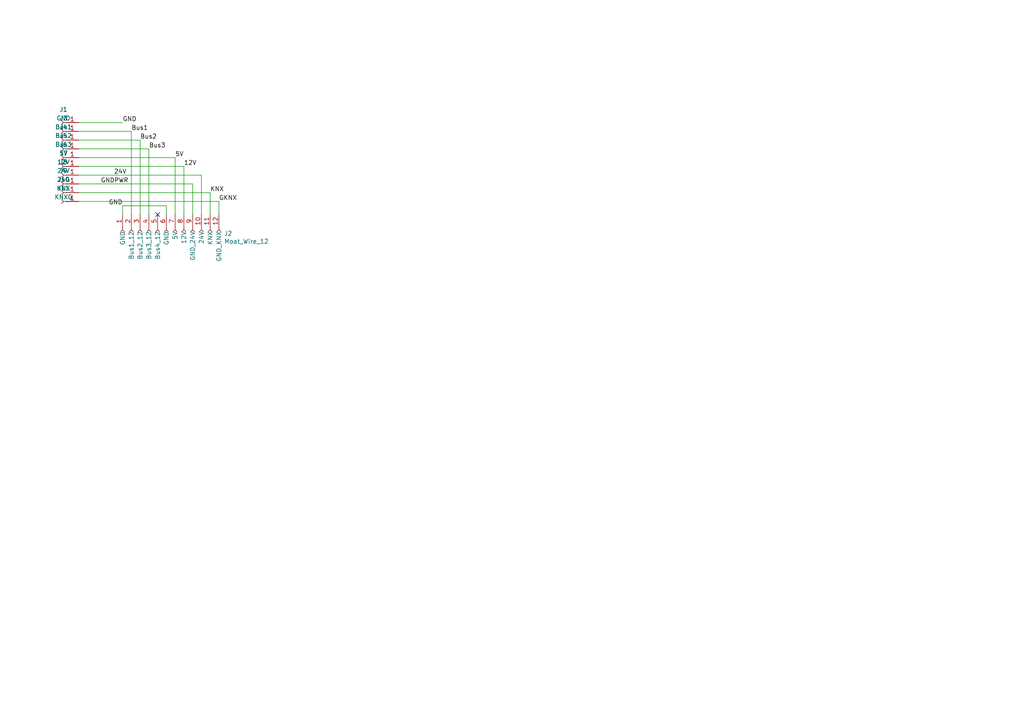
<source format=kicad_sch>
(kicad_sch (version 20220126) (generator eeschema)
  (paper "A4")
  (lib_symbols
    (symbol "Connector:Conn_01x01_Female" (pin_names (offset 1.016) hide)
      (property "Reference" "J" (at 0 2.54 0))
      (property "Value" "Conn_01x01_Female" (at 0 -2.54 0))
      (symbol "Conn_01x01_Female_1_1"
        (polyline (pts (xy -1.27 0) (xy -0.508 0)) (stroke (width 0.1524)))
        (arc (start 0 0.508) (mid -0.5058 0) (end 0 -0.508) (stroke (width 0.1524)))
        (pin passive line (at -5.08 0 0) (length 3.81) (name "Pin_1") (number "1"))
      )
    )
    (symbol "localstuff:Moat_Wire_12" (pin_names (offset 1.016))
      (property "Reference" "J" (at 0 20.32 0))
      (property "Value" "Moat_Wire_12" (at -3.81 -7.62 0))
      (symbol "Moat_Wire_12_1_1"
        (arc (start 0 -4.572) (mid -0.5058 -5.08) (end 0 -5.588) (stroke (width 0.1524)))
        (arc (start 0 -2.032) (mid -0.5058 -2.54) (end 0 -3.048) (stroke (width 0.1524)))
        (polyline (pts (xy -1.27 -5.08) (xy -0.508 -5.08)) (stroke (width 0.1524)))
        (polyline (pts (xy -1.27 -2.54) (xy -0.508 -2.54)) (stroke (width 0.1524)))
        (polyline (pts (xy -1.27 0) (xy -0.508 0)) (stroke (width 0.1524)))
        (polyline (pts (xy -1.27 2.54) (xy -0.508 2.54)) (stroke (width 0.1524)))
        (polyline (pts (xy -1.27 5.08) (xy -0.508 5.08)) (stroke (width 0.1524)))
        (polyline (pts (xy -1.27 7.62) (xy -0.508 7.62)) (stroke (width 0.1524)))
        (polyline (pts (xy -1.27 10.16) (xy -0.508 10.16)) (stroke (width 0.1524)))
        (polyline (pts (xy -1.27 12.7) (xy -0.508 12.7)) (stroke (width 0.1524)))
        (polyline (pts (xy -1.27 15.24) (xy -0.508 15.24)) (stroke (width 0.1524)))
        (polyline (pts (xy -1.27 17.78) (xy -0.508 17.78)) (stroke (width 0.1524)))
        (polyline (pts (xy -1.27 20.32) (xy -0.508 20.32)) (stroke (width 0.1524)))
        (polyline (pts (xy -1.27 22.86) (xy -0.508 22.86)) (stroke (width 0.1524)))
        (arc (start 0 0.508) (mid -0.5058 0) (end 0 -0.508) (stroke (width 0.1524)))
        (arc (start 0 3.048) (mid -0.5058 2.54) (end 0 2.032) (stroke (width 0.1524)))
        (arc (start 0 5.588) (mid -0.5058 5.08) (end 0 4.572) (stroke (width 0.1524)))
        (arc (start 0 8.128) (mid -0.5058 7.62) (end 0 7.112) (stroke (width 0.1524)))
        (arc (start 0 10.668) (mid -0.5058 10.16) (end 0 9.652) (stroke (width 0.1524)))
        (arc (start 0 13.208) (mid -0.5058 12.7) (end 0 12.192) (stroke (width 0.1524)))
        (arc (start 0 15.748) (mid -0.5058 15.24) (end 0 14.732) (stroke (width 0.1524)))
        (arc (start 0 18.288) (mid -0.5058 17.78) (end 0 17.272) (stroke (width 0.1524)))
        (arc (start 0 20.828) (mid -0.5058 20.32) (end 0 19.812) (stroke (width 0.1524)))
        (arc (start 0 23.368) (mid -0.5058 22.86) (end 0 22.352) (stroke (width 0.1524)))
        (pin power_in line (at -5.08 22.86 0) (length 3.81) (name "GND") (number "1"))
        (pin power_in line (at -5.08 0 0) (length 3.81) (name "24V") (number "10"))
        (pin power_in line (at -5.08 -2.54 0) (length 3.81) (name "KNX") (number "11"))
        (pin power_in line (at -5.08 -5.08 0) (length 3.81) (name "GND_KNX") (number "12"))
        (pin bidirectional line (at -5.08 20.32 0) (length 3.81) (name "Bus1_12") (number "2"))
        (pin bidirectional line (at -5.08 17.78 0) (length 3.81) (name "Bus2_12") (number "3"))
        (pin bidirectional line (at -5.08 15.24 0) (length 3.81) (name "Bus3_12") (number "4"))
        (pin bidirectional line (at -5.08 12.7 0) (length 3.81) (name "Bus4_12") (number "5"))
        (pin power_in line (at -5.08 10.16 0) (length 3.81) (name "GND") (number "6"))
        (pin power_in line (at -5.08 7.62 0) (length 3.81) (name "5V") (number "7"))
        (pin power_in line (at -5.08 5.08 0) (length 3.81) (name "12V") (number "8"))
        (pin power_in line (at -5.08 2.54 0) (length 3.81) (name "GND_24V") (number "9"))
      )
    )
  )
  (no_connect (at 45.72 62.23))
  (wire (pts (xy 43.18 43.18) (xy 43.18 62.23)))
  (wire (pts (xy 40.64 40.64) (xy 40.64 62.23)))
  (wire (pts (xy 53.34 48.26) (xy 53.34 62.23)))
  (wire (pts (xy 22.86 55.88) (xy 60.96 55.88)))
  (wire (pts (xy 22.86 48.26) (xy 53.34 48.26)))
  (wire (pts (xy 38.1 38.1) (xy 38.1 62.23)))
  (wire (pts (xy 48.26 59.69) (xy 35.56 59.69)))
  (wire (pts (xy 48.26 62.23) (xy 48.26 59.69)))
  (wire (pts (xy 35.56 62.23) (xy 35.56 59.69)))
  (wire (pts (xy 60.96 55.88) (xy 60.96 62.23)))
  (wire (pts (xy 22.86 43.18) (xy 43.18 43.18)))
  (wire (pts (xy 22.86 40.64) (xy 40.64 40.64)))
  (wire (pts (xy 22.86 58.42) (xy 63.5 58.42)))
  (wire (pts (xy 22.86 53.34) (xy 55.88 53.34)))
  (wire (pts (xy 50.8 45.72) (xy 50.8 62.23)))
  (wire (pts (xy 22.86 50.8) (xy 58.42 50.8)))
  (wire (pts (xy 58.42 62.23) (xy 58.42 50.8)))
  (wire (pts (xy 22.86 35.56) (xy 35.56 35.56)))
  (wire (pts (xy 63.5 58.42) (xy 63.5 62.23)))
  (wire (pts (xy 22.86 45.72) (xy 50.8 45.72)))
  (wire (pts (xy 22.86 38.1) (xy 38.1 38.1)))
  (wire (pts (xy 55.88 53.34) (xy 55.88 62.23)))
  (label "GKNX" (at 63.5 58.42 0))
  (label "KNX" (at 60.96 55.88 0))
  (label "GND" (at 35.56 35.56 0))
  (label "GND" (at 35.56 59.69 0))
  (label "Bus1" (at 38.1 38.1 0))
  (label "5V" (at 50.8 45.72 0))
  (label "Bus2" (at 40.64 40.64 0))
  (label "Bus3" (at 43.18 43.18 0))
  (label "24V" (at 33.02 50.8 0))
  (label "12V" (at 53.34 48.26 0))
  (label "GNDPWR" (at 29.21 53.34 0))
  (symbol (lib_id "localstuff:Moat_Wire_12") (at 58.42 67.31 90) (mirror x) (unit 1)
    (property "Reference" "J2" (at 64.9732 67.7164 90) (effects (justify right)))
    (property "Value" "Moat_Wire_12" (at 64.9732 70.0278 90) (effects (justify right)))
    (property "Footprint" "localstuff:MoaT_12_Pin_H" (effects hide))
  )
  (symbol (lib_id "Connector:Conn_01x01_Female") (at 17.78 50.8 180) (unit 1)
    (property "Reference" "J8" (at 18.415 46.99 0))
    (property "Value" "24V" (at 18.415 49.53 0))
    (property "Footprint" "Connector_Wire:SolderWirePad_1x01_SMD_1x2mm" (effects hide))
  )
  (symbol (lib_id "Connector:Conn_01x01_Female") (at 17.78 53.34 180) (unit 1)
    (property "Reference" "J9" (at 18.415 49.53 0))
    (property "Value" "24G" (at 18.415 52.07 0))
    (property "Footprint" "Connector_Wire:SolderWirePad_1x01_SMD_1x2mm" (effects hide))
  )
  (symbol (lib_id "Connector:Conn_01x01_Female") (at 17.78 45.72 180) (unit 1)
    (property "Reference" "J6" (at 18.415 41.91 0))
    (property "Value" "5V" (at 18.415 44.45 0))
    (property "Footprint" "Connector_Wire:SolderWirePad_1x01_SMD_1x2mm" (effects hide))
  )
  (symbol (lib_id "Connector:Conn_01x01_Female") (at 17.78 58.42 180) (unit 1)
    (property "Reference" "J11" (at 18.415 54.61 0))
    (property "Value" "KNXG" (at 18.415 57.15 0))
    (property "Footprint" "Connector_Wire:SolderWirePad_1x01_SMD_1x2mm" (effects hide))
  )
  (symbol (lib_id "Connector:Conn_01x01_Female") (at 17.78 55.88 180) (unit 1)
    (property "Reference" "J10" (at 18.415 52.07 0))
    (property "Value" "KNX" (at 18.415 54.61 0))
    (property "Footprint" "Connector_Wire:SolderWirePad_1x01_SMD_1x2mm" (effects hide))
  )
  (symbol (lib_id "Connector:Conn_01x01_Female") (at 17.78 48.26 180) (unit 1)
    (property "Reference" "J7" (at 18.415 44.45 0))
    (property "Value" "12V" (at 18.415 46.99 0))
    (property "Footprint" "Connector_Wire:SolderWirePad_1x01_SMD_1x2mm" (effects hide))
  )
  (symbol (lib_id "Connector:Conn_01x01_Female") (at 17.78 40.64 180) (unit 1)
    (property "Reference" "J4" (at 18.415 36.83 0))
    (property "Value" "Bus2" (at 18.415 39.37 0))
    (property "Footprint" "Connector_Wire:SolderWirePad_1x01_SMD_1x2mm" (effects hide))
  )
  (symbol (lib_id "Connector:Conn_01x01_Female") (at 17.78 35.56 180) (unit 1)
    (property "Reference" "J1" (at 18.415 31.75 0))
    (property "Value" "GND" (at 18.415 34.29 0))
    (property "Footprint" "Connector_Wire:SolderWirePad_1x01_SMD_1x2mm" (effects hide))
  )
  (symbol (lib_id "Connector:Conn_01x01_Female") (at 17.78 43.18 180) (unit 1)
    (property "Reference" "J5" (at 18.415 39.37 0))
    (property "Value" "Bus3" (at 18.415 41.91 0))
    (property "Footprint" "Connector_Wire:SolderWirePad_1x01_SMD_1x2mm" (effects hide))
  )
  (symbol (lib_id "Connector:Conn_01x01_Female") (at 17.78 38.1 180) (unit 1)
    (property "Reference" "J3" (at 18.415 34.29 0))
    (property "Value" "Bus1" (at 18.415 36.83 0))
    (property "Footprint" "Connector_Wire:SolderWirePad_1x01_SMD_1x2mm" (effects hide))
  )
)
</source>
